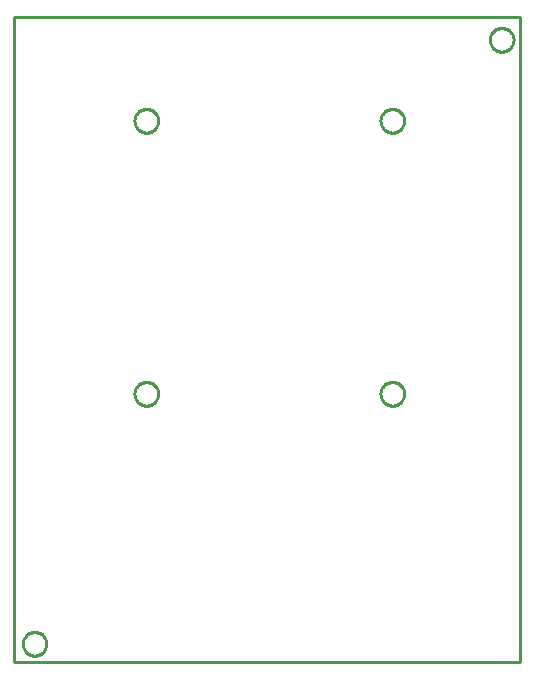
<source format=gbr>
G04 EAGLE Gerber RS-274X export*
G75*
%MOMM*%
%FSLAX34Y34*%
%LPD*%
%IN*%
%IPPOS*%
%AMOC8*
5,1,8,0,0,1.08239X$1,22.5*%
G01*
%ADD10C,0.254000*%


D10*
X165100Y101600D02*
X593600Y101600D01*
X593600Y647600D01*
X165100Y647600D01*
X165100Y101600D01*
X587850Y628213D02*
X587774Y627344D01*
X587622Y626484D01*
X587396Y625640D01*
X587098Y624820D01*
X586729Y624028D01*
X586292Y623272D01*
X585791Y622557D01*
X585230Y621888D01*
X584612Y621270D01*
X583943Y620709D01*
X583228Y620208D01*
X582472Y619771D01*
X581680Y619402D01*
X580860Y619104D01*
X580016Y618878D01*
X579157Y618726D01*
X578287Y618650D01*
X577413Y618650D01*
X576544Y618726D01*
X575684Y618878D01*
X574840Y619104D01*
X574020Y619402D01*
X573228Y619771D01*
X572472Y620208D01*
X571757Y620709D01*
X571088Y621270D01*
X570470Y621888D01*
X569909Y622557D01*
X569408Y623272D01*
X568971Y624028D01*
X568602Y624820D01*
X568304Y625640D01*
X568078Y626484D01*
X567926Y627344D01*
X567850Y628213D01*
X567850Y629087D01*
X567926Y629957D01*
X568078Y630816D01*
X568304Y631660D01*
X568602Y632480D01*
X568971Y633272D01*
X569408Y634028D01*
X569909Y634743D01*
X570470Y635412D01*
X571088Y636030D01*
X571757Y636591D01*
X572472Y637092D01*
X573228Y637529D01*
X574020Y637898D01*
X574840Y638196D01*
X575684Y638422D01*
X576544Y638574D01*
X577413Y638650D01*
X578287Y638650D01*
X579157Y638574D01*
X580016Y638422D01*
X580860Y638196D01*
X581680Y637898D01*
X582472Y637529D01*
X583228Y637092D01*
X583943Y636591D01*
X584612Y636030D01*
X585230Y635412D01*
X585791Y634743D01*
X586292Y634028D01*
X586729Y633272D01*
X587098Y632480D01*
X587396Y631660D01*
X587622Y630816D01*
X587774Y629957D01*
X587850Y629087D01*
X587850Y628213D01*
X192316Y116767D02*
X192240Y115897D01*
X192088Y115037D01*
X191862Y114193D01*
X191564Y113373D01*
X191195Y112581D01*
X190758Y111825D01*
X190257Y111110D01*
X189696Y110441D01*
X189078Y109823D01*
X188410Y109262D01*
X187694Y108761D01*
X186938Y108325D01*
X186147Y107956D01*
X185326Y107657D01*
X184483Y107431D01*
X183623Y107279D01*
X182753Y107203D01*
X181880Y107203D01*
X181010Y107279D01*
X180150Y107431D01*
X179306Y107657D01*
X178486Y107956D01*
X177694Y108325D01*
X176938Y108761D01*
X176223Y109262D01*
X175554Y109823D01*
X174936Y110441D01*
X174375Y111110D01*
X173874Y111825D01*
X173438Y112581D01*
X173069Y113373D01*
X172770Y114193D01*
X172544Y115037D01*
X172392Y115897D01*
X172316Y116767D01*
X172316Y117640D01*
X172392Y118510D01*
X172544Y119370D01*
X172770Y120213D01*
X173069Y121034D01*
X173438Y121825D01*
X173874Y122581D01*
X174375Y123297D01*
X174936Y123966D01*
X175554Y124583D01*
X176223Y125144D01*
X176938Y125645D01*
X177694Y126082D01*
X178486Y126451D01*
X179306Y126749D01*
X180150Y126975D01*
X181010Y127127D01*
X181880Y127203D01*
X182753Y127203D01*
X183623Y127127D01*
X184483Y126975D01*
X185326Y126749D01*
X186147Y126451D01*
X186938Y126082D01*
X187694Y125645D01*
X188410Y125144D01*
X189078Y124583D01*
X189696Y123966D01*
X190257Y123297D01*
X190758Y122581D01*
X191195Y121825D01*
X191564Y121034D01*
X191862Y120213D01*
X192088Y119370D01*
X192240Y118510D01*
X192316Y117640D01*
X192316Y116767D01*
X286860Y559633D02*
X286784Y558764D01*
X286632Y557904D01*
X286406Y557060D01*
X286108Y556240D01*
X285739Y555448D01*
X285302Y554692D01*
X284801Y553977D01*
X284240Y553308D01*
X283622Y552690D01*
X282953Y552129D01*
X282238Y551628D01*
X281482Y551191D01*
X280690Y550822D01*
X279870Y550524D01*
X279026Y550298D01*
X278167Y550146D01*
X277297Y550070D01*
X276423Y550070D01*
X275554Y550146D01*
X274694Y550298D01*
X273850Y550524D01*
X273030Y550822D01*
X272238Y551191D01*
X271482Y551628D01*
X270767Y552129D01*
X270098Y552690D01*
X269480Y553308D01*
X268919Y553977D01*
X268418Y554692D01*
X267981Y555448D01*
X267612Y556240D01*
X267314Y557060D01*
X267088Y557904D01*
X266936Y558764D01*
X266860Y559633D01*
X266860Y560507D01*
X266936Y561377D01*
X267088Y562236D01*
X267314Y563080D01*
X267612Y563900D01*
X267981Y564692D01*
X268418Y565448D01*
X268919Y566163D01*
X269480Y566832D01*
X270098Y567450D01*
X270767Y568011D01*
X271482Y568512D01*
X272238Y568949D01*
X273030Y569318D01*
X273850Y569616D01*
X274694Y569842D01*
X275554Y569994D01*
X276423Y570070D01*
X277297Y570070D01*
X278167Y569994D01*
X279026Y569842D01*
X279870Y569616D01*
X280690Y569318D01*
X281482Y568949D01*
X282238Y568512D01*
X282953Y568011D01*
X283622Y567450D01*
X284240Y566832D01*
X284801Y566163D01*
X285302Y565448D01*
X285739Y564692D01*
X286108Y563900D01*
X286406Y563080D01*
X286632Y562236D01*
X286784Y561377D01*
X286860Y560507D01*
X286860Y559633D01*
X495140Y559633D02*
X495064Y558764D01*
X494912Y557904D01*
X494686Y557060D01*
X494388Y556240D01*
X494019Y555448D01*
X493582Y554692D01*
X493081Y553977D01*
X492520Y553308D01*
X491902Y552690D01*
X491233Y552129D01*
X490518Y551628D01*
X489762Y551191D01*
X488970Y550822D01*
X488150Y550524D01*
X487306Y550298D01*
X486447Y550146D01*
X485577Y550070D01*
X484703Y550070D01*
X483834Y550146D01*
X482974Y550298D01*
X482130Y550524D01*
X481310Y550822D01*
X480518Y551191D01*
X479762Y551628D01*
X479047Y552129D01*
X478378Y552690D01*
X477760Y553308D01*
X477199Y553977D01*
X476698Y554692D01*
X476261Y555448D01*
X475892Y556240D01*
X475594Y557060D01*
X475368Y557904D01*
X475216Y558764D01*
X475140Y559633D01*
X475140Y560507D01*
X475216Y561377D01*
X475368Y562236D01*
X475594Y563080D01*
X475892Y563900D01*
X476261Y564692D01*
X476698Y565448D01*
X477199Y566163D01*
X477760Y566832D01*
X478378Y567450D01*
X479047Y568011D01*
X479762Y568512D01*
X480518Y568949D01*
X481310Y569318D01*
X482130Y569616D01*
X482974Y569842D01*
X483834Y569994D01*
X484703Y570070D01*
X485577Y570070D01*
X486447Y569994D01*
X487306Y569842D01*
X488150Y569616D01*
X488970Y569318D01*
X489762Y568949D01*
X490518Y568512D01*
X491233Y568011D01*
X491902Y567450D01*
X492520Y566832D01*
X493081Y566163D01*
X493582Y565448D01*
X494019Y564692D01*
X494388Y563900D01*
X494686Y563080D01*
X494912Y562236D01*
X495064Y561377D01*
X495140Y560507D01*
X495140Y559633D01*
X495140Y328493D02*
X495064Y327624D01*
X494912Y326764D01*
X494686Y325920D01*
X494388Y325100D01*
X494019Y324308D01*
X493582Y323552D01*
X493081Y322837D01*
X492520Y322168D01*
X491902Y321550D01*
X491233Y320989D01*
X490518Y320488D01*
X489762Y320051D01*
X488970Y319682D01*
X488150Y319384D01*
X487306Y319158D01*
X486447Y319006D01*
X485577Y318930D01*
X484703Y318930D01*
X483834Y319006D01*
X482974Y319158D01*
X482130Y319384D01*
X481310Y319682D01*
X480518Y320051D01*
X479762Y320488D01*
X479047Y320989D01*
X478378Y321550D01*
X477760Y322168D01*
X477199Y322837D01*
X476698Y323552D01*
X476261Y324308D01*
X475892Y325100D01*
X475594Y325920D01*
X475368Y326764D01*
X475216Y327624D01*
X475140Y328493D01*
X475140Y329367D01*
X475216Y330237D01*
X475368Y331096D01*
X475594Y331940D01*
X475892Y332760D01*
X476261Y333552D01*
X476698Y334308D01*
X477199Y335023D01*
X477760Y335692D01*
X478378Y336310D01*
X479047Y336871D01*
X479762Y337372D01*
X480518Y337809D01*
X481310Y338178D01*
X482130Y338476D01*
X482974Y338702D01*
X483834Y338854D01*
X484703Y338930D01*
X485577Y338930D01*
X486447Y338854D01*
X487306Y338702D01*
X488150Y338476D01*
X488970Y338178D01*
X489762Y337809D01*
X490518Y337372D01*
X491233Y336871D01*
X491902Y336310D01*
X492520Y335692D01*
X493081Y335023D01*
X493582Y334308D01*
X494019Y333552D01*
X494388Y332760D01*
X494686Y331940D01*
X494912Y331096D01*
X495064Y330237D01*
X495140Y329367D01*
X495140Y328493D01*
X286860Y328493D02*
X286784Y327624D01*
X286632Y326764D01*
X286406Y325920D01*
X286108Y325100D01*
X285739Y324308D01*
X285302Y323552D01*
X284801Y322837D01*
X284240Y322168D01*
X283622Y321550D01*
X282953Y320989D01*
X282238Y320488D01*
X281482Y320051D01*
X280690Y319682D01*
X279870Y319384D01*
X279026Y319158D01*
X278167Y319006D01*
X277297Y318930D01*
X276423Y318930D01*
X275554Y319006D01*
X274694Y319158D01*
X273850Y319384D01*
X273030Y319682D01*
X272238Y320051D01*
X271482Y320488D01*
X270767Y320989D01*
X270098Y321550D01*
X269480Y322168D01*
X268919Y322837D01*
X268418Y323552D01*
X267981Y324308D01*
X267612Y325100D01*
X267314Y325920D01*
X267088Y326764D01*
X266936Y327624D01*
X266860Y328493D01*
X266860Y329367D01*
X266936Y330237D01*
X267088Y331096D01*
X267314Y331940D01*
X267612Y332760D01*
X267981Y333552D01*
X268418Y334308D01*
X268919Y335023D01*
X269480Y335692D01*
X270098Y336310D01*
X270767Y336871D01*
X271482Y337372D01*
X272238Y337809D01*
X273030Y338178D01*
X273850Y338476D01*
X274694Y338702D01*
X275554Y338854D01*
X276423Y338930D01*
X277297Y338930D01*
X278167Y338854D01*
X279026Y338702D01*
X279870Y338476D01*
X280690Y338178D01*
X281482Y337809D01*
X282238Y337372D01*
X282953Y336871D01*
X283622Y336310D01*
X284240Y335692D01*
X284801Y335023D01*
X285302Y334308D01*
X285739Y333552D01*
X286108Y332760D01*
X286406Y331940D01*
X286632Y331096D01*
X286784Y330237D01*
X286860Y329367D01*
X286860Y328493D01*
M02*

</source>
